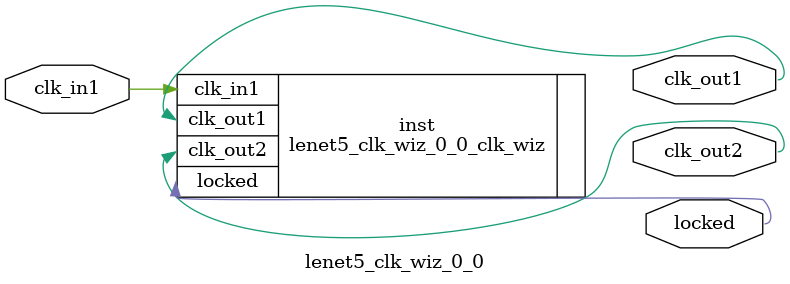
<source format=v>


`timescale 1ps/1ps

(* CORE_GENERATION_INFO = "lenet5_clk_wiz_0_0,clk_wiz_v6_0_9_0_0,{component_name=lenet5_clk_wiz_0_0,use_phase_alignment=true,use_min_o_jitter=false,use_max_i_jitter=false,use_dyn_phase_shift=false,use_inclk_switchover=false,use_dyn_reconfig=false,enable_axi=0,feedback_source=FDBK_AUTO,PRIMITIVE=MMCM,num_out_clk=2,clkin1_period=10.000,clkin2_period=10.000,use_power_down=false,use_reset=false,use_locked=true,use_inclk_stopped=false,feedback_type=SINGLE,CLOCK_MGR_TYPE=NA,manual_override=false}" *)

module lenet5_clk_wiz_0_0 
 (
  // Clock out ports
  output        clk_out1,
  output        clk_out2,
  // Status and control signals
  output        locked,
 // Clock in ports
  input         clk_in1
 );

  lenet5_clk_wiz_0_0_clk_wiz inst
  (
  // Clock out ports  
  .clk_out1(clk_out1),
  .clk_out2(clk_out2),
  // Status and control signals               
  .locked(locked),
 // Clock in ports
  .clk_in1(clk_in1)
  );

endmodule

</source>
